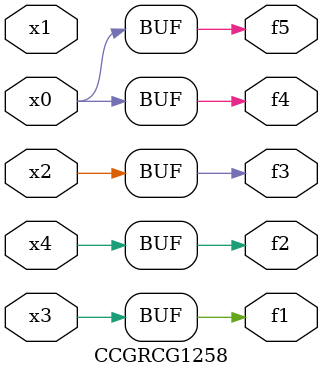
<source format=v>
module CCGRCG1258(
	input x0, x1, x2, x3, x4,
	output f1, f2, f3, f4, f5
);
	assign f1 = x3;
	assign f2 = x4;
	assign f3 = x2;
	assign f4 = x0;
	assign f5 = x0;
endmodule

</source>
